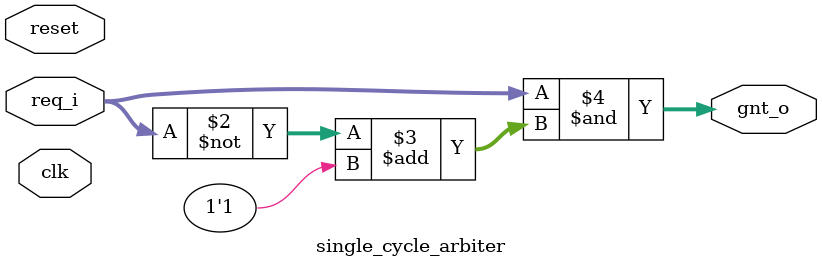
<source format=sv>
module single_cycle_arbiter #(
  parameter N = 32
) (
  input   logic          clk,
  input   logic          reset,
  input   logic [N-1:0]  req_i,
  output  logic [N-1:0]  gnt_o
);

  // Write your logic here...
  always_comb begin 
    gnt_o = (req_i & (~req_i + 1'b1));
  end 
      
endmodule


</source>
